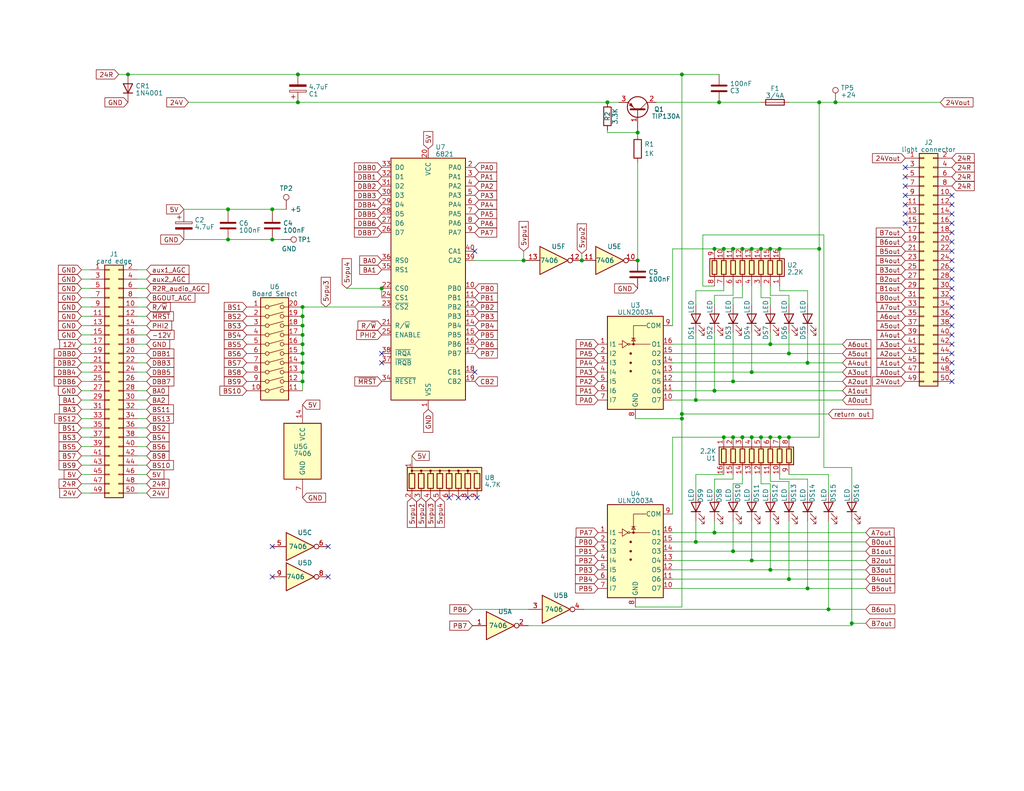
<source format=kicad_sch>
(kicad_sch (version 20230121) (generator eeschema)
  (paper "A")
  (junction (at 82.55 91.44))
  (junction (at 220.345 160.655))
  (junction (at 197.485 119.38))
  (junction (at 82.55 83.82))
  (junction (at 226.06 166.37))
  (junction (at 142.875 71.12))
  (junction (at 81.28 27.94))
  (junction (at 215.265 158.115))
  (junction (at 194.945 106.68))
  (junction (at 200.025 119.38))
  (junction (at 207.645 67.945))
  (junction (at 82.55 96.52))
  (junction (at 189.865 147.955))
  (junction (at 215.265 119.38))
  (junction (at 202.565 119.38))
  (junction (at 173.99 36.195))
  (junction (at 212.725 67.945))
  (junction (at 74.295 65.405))
  (junction (at 82.55 93.98))
  (junction (at 104.14 78.74))
  (junction (at 205.105 153.035))
  (junction (at 220.345 99.06))
  (junction (at 158.75 71.12))
  (junction (at 205.105 67.945))
  (junction (at 196.215 27.94))
  (junction (at 210.185 93.98))
  (junction (at 223.52 67.945))
  (junction (at 200.025 150.495))
  (junction (at 165.735 27.94))
  (junction (at 62.23 57.15))
  (junction (at 207.645 119.38))
  (junction (at 215.265 96.52))
  (junction (at 82.55 86.36))
  (junction (at 194.945 145.415))
  (junction (at 223.52 27.94))
  (junction (at 81.28 20.32))
  (junction (at 210.185 67.945))
  (junction (at 212.725 119.38))
  (junction (at 232.41 170.18))
  (junction (at 202.565 67.945))
  (junction (at 210.185 119.38))
  (junction (at 200.025 67.945))
  (junction (at 173.99 71.12))
  (junction (at 205.105 119.38))
  (junction (at 82.55 88.9))
  (junction (at 82.55 104.14))
  (junction (at 186.055 113.03))
  (junction (at 186.055 20.32))
  (junction (at 186.055 114.3))
  (junction (at 205.105 101.6))
  (junction (at 227.965 27.94))
  (junction (at 197.485 67.945))
  (junction (at 74.295 57.15))
  (junction (at 82.55 99.06))
  (junction (at 82.55 101.6))
  (junction (at 200.025 104.14))
  (junction (at 34.925 20.32))
  (junction (at 210.185 155.575))
  (junction (at 62.23 65.405))
  (junction (at 189.865 109.22))
  (junction (at 194.945 67.945))
  (no_connect (at 259.715 86.36))
  (no_connect (at 247.015 48.26))
  (no_connect (at 259.715 73.66))
  (no_connect (at 74.295 157.48))
  (no_connect (at 89.535 149.225))
  (no_connect (at 247.015 50.8))
  (no_connect (at 259.715 101.6))
  (no_connect (at 129.54 101.6))
  (no_connect (at 247.015 53.34))
  (no_connect (at 129.54 68.58))
  (no_connect (at 89.535 157.48))
  (no_connect (at 259.715 60.96))
  (no_connect (at 259.715 55.88))
  (no_connect (at 259.715 76.2))
  (no_connect (at 259.715 96.52))
  (no_connect (at 259.715 68.58))
  (no_connect (at 259.715 88.9))
  (no_connect (at 259.715 66.04))
  (no_connect (at 259.715 91.44))
  (no_connect (at 259.715 58.42))
  (no_connect (at 74.295 149.225))
  (no_connect (at 259.715 99.06))
  (no_connect (at 127.635 135.89))
  (no_connect (at 125.095 135.89))
  (no_connect (at 104.14 96.52))
  (no_connect (at 247.015 58.42))
  (no_connect (at 122.555 135.89))
  (no_connect (at 259.715 78.74))
  (no_connect (at 259.715 83.82))
  (no_connect (at 259.715 71.12))
  (no_connect (at 130.175 135.89))
  (no_connect (at 104.14 99.06))
  (no_connect (at 247.015 60.96))
  (no_connect (at 259.715 53.34))
  (no_connect (at 247.015 45.72))
  (no_connect (at 259.715 104.14))
  (no_connect (at 259.715 81.28))
  (no_connect (at 247.015 55.88))
  (no_connect (at 259.715 93.98))
  (no_connect (at 259.715 63.5))
  (wire (pts (xy 202.565 129.54) (xy 202.565 132.08)))
  (wire (pts (xy 189.865 147.955) (xy 189.865 142.24)))
  (wire (pts (xy 40.005 114.3) (xy 37.465 114.3)))
  (wire (pts (xy 40.005 124.46) (xy 37.465 124.46)))
  (wire (pts (xy 189.865 109.22) (xy 229.87 109.22)))
  (wire (pts (xy 215.265 119.38) (xy 223.52 119.38)))
  (wire (pts (xy 40.005 104.14) (xy 37.465 104.14)))
  (wire (pts (xy 191.77 78.105) (xy 191.77 64.135)))
  (wire (pts (xy 210.185 119.38) (xy 212.725 119.38)))
  (wire (pts (xy 40.005 109.22) (xy 37.465 109.22)))
  (wire (pts (xy 40.005 81.28) (xy 37.465 81.28)))
  (wire (pts (xy 226.06 166.37) (xy 236.22 166.37)))
  (wire (pts (xy 207.645 132.08) (xy 210.185 132.08)))
  (wire (pts (xy 189.865 109.22) (xy 189.865 90.805)))
  (wire (pts (xy 179.07 27.94) (xy 196.215 27.94)))
  (wire (pts (xy 223.52 27.94) (xy 223.52 67.945)))
  (wire (pts (xy 183.515 109.22) (xy 189.865 109.22)))
  (wire (pts (xy 24.765 91.44) (xy 22.225 91.44)))
  (wire (pts (xy 24.765 73.66) (xy 22.225 73.66)))
  (wire (pts (xy 81.28 20.32) (xy 186.055 20.32)))
  (wire (pts (xy 224.79 64.135) (xy 224.79 127.635)))
  (wire (pts (xy 194.945 145.415) (xy 236.22 145.415)))
  (wire (pts (xy 189.865 83.185) (xy 189.865 79.375)))
  (wire (pts (xy 200.025 81.28) (xy 202.565 81.28)))
  (wire (pts (xy 189.865 79.375) (xy 197.485 79.375)))
  (wire (pts (xy 197.485 119.38) (xy 200.025 119.38)))
  (wire (pts (xy 227.965 27.94) (xy 256.54 27.94)))
  (wire (pts (xy 207.645 119.38) (xy 210.185 119.38)))
  (wire (pts (xy 220.345 160.655) (xy 220.345 142.24)))
  (wire (pts (xy 215.265 158.115) (xy 183.515 158.115)))
  (wire (pts (xy 189.865 134.62) (xy 189.865 129.54)))
  (wire (pts (xy 200.025 150.495) (xy 183.515 150.495)))
  (wire (pts (xy 24.765 109.22) (xy 22.225 109.22)))
  (wire (pts (xy 24.765 81.28) (xy 22.225 81.28)))
  (wire (pts (xy 189.865 147.955) (xy 236.22 147.955)))
  (wire (pts (xy 194.945 67.945) (xy 183.515 67.945)))
  (wire (pts (xy 232.41 170.18) (xy 236.22 170.18)))
  (wire (pts (xy 24.765 96.52) (xy 22.225 96.52)))
  (wire (pts (xy 202.565 119.38) (xy 205.105 119.38)))
  (wire (pts (xy 24.765 121.92) (xy 22.225 121.92)))
  (wire (pts (xy 194.945 80.645) (xy 194.945 83.185)))
  (wire (pts (xy 210.185 83.185) (xy 210.185 81.28)))
  (wire (pts (xy 40.005 93.98) (xy 37.465 93.98)))
  (wire (pts (xy 51.435 27.94) (xy 81.28 27.94)))
  (wire (pts (xy 142.875 71.12) (xy 143.51 71.12)))
  (wire (pts (xy 207.645 129.54) (xy 207.645 132.08)))
  (wire (pts (xy 183.515 104.14) (xy 200.025 104.14)))
  (wire (pts (xy 200.025 132.08) (xy 200.025 134.62)))
  (wire (pts (xy 24.765 111.76) (xy 22.225 111.76)))
  (wire (pts (xy 202.565 67.945) (xy 205.105 67.945)))
  (wire (pts (xy 40.005 132.08) (xy 37.465 132.08)))
  (wire (pts (xy 62.23 65.405) (xy 74.295 65.405)))
  (wire (pts (xy 212.725 67.945) (xy 223.52 67.945)))
  (wire (pts (xy 40.005 119.38) (xy 37.465 119.38)))
  (wire (pts (xy 220.345 160.655) (xy 236.22 160.655)))
  (wire (pts (xy 34.925 20.32) (xy 81.28 20.32)))
  (wire (pts (xy 220.345 90.805) (xy 220.345 99.06)))
  (wire (pts (xy 212.725 130.81) (xy 220.345 130.81)))
  (wire (pts (xy 200.025 130.81) (xy 194.945 130.81)))
  (wire (pts (xy 74.295 57.15) (xy 74.295 57.785)))
  (wire (pts (xy 50.165 65.405) (xy 62.23 65.405)))
  (wire (pts (xy 202.565 132.08) (xy 200.025 132.08)))
  (wire (pts (xy 215.265 96.52) (xy 229.87 96.52)))
  (wire (pts (xy 40.005 127) (xy 37.465 127)))
  (wire (pts (xy 212.725 79.375) (xy 220.345 79.375)))
  (wire (pts (xy 24.765 86.36) (xy 22.225 86.36)))
  (wire (pts (xy 40.005 76.2) (xy 37.465 76.2)))
  (wire (pts (xy 165.735 27.94) (xy 168.91 27.94)))
  (wire (pts (xy 40.005 116.84) (xy 37.465 116.84)))
  (wire (pts (xy 183.515 99.06) (xy 220.345 99.06)))
  (wire (pts (xy 197.485 67.945) (xy 200.025 67.945)))
  (wire (pts (xy 40.005 96.52) (xy 37.465 96.52)))
  (wire (pts (xy 24.765 88.9) (xy 22.225 88.9)))
  (wire (pts (xy 104.14 78.74) (xy 104.14 81.28)))
  (wire (pts (xy 32.385 20.32) (xy 34.925 20.32)))
  (wire (pts (xy 173.355 114.3) (xy 186.055 114.3)))
  (wire (pts (xy 183.515 101.6) (xy 205.105 101.6)))
  (wire (pts (xy 220.345 99.06) (xy 229.87 99.06)))
  (wire (pts (xy 194.945 106.68) (xy 229.87 106.68)))
  (wire (pts (xy 183.515 96.52) (xy 215.265 96.52)))
  (wire (pts (xy 62.23 57.15) (xy 74.295 57.15)))
  (wire (pts (xy 205.105 153.035) (xy 205.105 142.24)))
  (wire (pts (xy 215.265 96.52) (xy 215.265 90.805)))
  (wire (pts (xy 194.945 106.68) (xy 194.945 90.805)))
  (wire (pts (xy 210.185 131.445) (xy 215.265 131.445)))
  (wire (pts (xy 194.945 134.62) (xy 194.945 130.81)))
  (wire (pts (xy 210.185 155.575) (xy 210.185 142.24)))
  (wire (pts (xy 205.105 101.6) (xy 229.87 101.6)))
  (wire (pts (xy 40.005 73.66) (xy 37.465 73.66)))
  (wire (pts (xy 212.725 79.375) (xy 212.725 78.105)))
  (wire (pts (xy 128.905 166.37) (xy 144.145 166.37)))
  (wire (pts (xy 183.515 93.98) (xy 210.185 93.98)))
  (wire (pts (xy 165.735 36.195) (xy 173.99 36.195)))
  (wire (pts (xy 186.055 165.735) (xy 186.055 114.3)))
  (wire (pts (xy 24.765 129.54) (xy 22.225 129.54)))
  (wire (pts (xy 215.265 27.94) (xy 223.52 27.94)))
  (wire (pts (xy 76.835 65.405) (xy 74.295 65.405)))
  (wire (pts (xy 24.765 114.3) (xy 22.225 114.3)))
  (wire (pts (xy 205.105 153.035) (xy 236.22 153.035)))
  (wire (pts (xy 50.165 57.15) (xy 50.165 57.785)))
  (wire (pts (xy 82.55 96.52) (xy 82.55 99.06)))
  (wire (pts (xy 210.185 93.98) (xy 210.185 90.805)))
  (wire (pts (xy 173.99 36.83) (xy 173.99 36.195)))
  (wire (pts (xy 197.485 129.54) (xy 189.865 129.54)))
  (wire (pts (xy 129.54 71.12) (xy 142.875 71.12)))
  (wire (pts (xy 210.185 93.98) (xy 229.87 93.98)))
  (wire (pts (xy 40.005 106.68) (xy 37.465 106.68)))
  (wire (pts (xy 232.41 142.24) (xy 232.41 170.18)))
  (wire (pts (xy 186.055 20.32) (xy 196.215 20.32)))
  (wire (pts (xy 82.55 99.06) (xy 82.55 101.6)))
  (wire (pts (xy 24.765 99.06) (xy 22.225 99.06)))
  (wire (pts (xy 24.765 116.84) (xy 22.225 116.84)))
  (wire (pts (xy 226.06 129.54) (xy 226.06 134.62)))
  (wire (pts (xy 186.055 113.03) (xy 186.055 114.3)))
  (wire (pts (xy 40.005 99.06) (xy 37.465 99.06)))
  (wire (pts (xy 112.395 124.46) (xy 112.395 125.73)))
  (wire (pts (xy 62.23 57.15) (xy 62.23 57.785)))
  (wire (pts (xy 82.55 104.14) (xy 82.55 106.68)))
  (wire (pts (xy 81.28 27.94) (xy 165.735 27.94)))
  (wire (pts (xy 40.005 86.36) (xy 37.465 86.36)))
  (wire (pts (xy 202.565 81.28) (xy 202.565 78.105)))
  (wire (pts (xy 207.645 78.105) (xy 207.645 81.28)))
  (wire (pts (xy 220.345 83.185) (xy 220.345 79.375)))
  (wire (pts (xy 40.005 134.62) (xy 37.465 134.62)))
  (wire (pts (xy 223.52 67.945) (xy 223.52 119.38)))
  (wire (pts (xy 40.005 129.54) (xy 37.465 129.54)))
  (wire (pts (xy 50.165 57.15) (xy 62.23 57.15)))
  (wire (pts (xy 24.765 127) (xy 22.225 127)))
  (wire (pts (xy 200.025 119.38) (xy 202.565 119.38)))
  (wire (pts (xy 24.765 132.08) (xy 22.225 132.08)))
  (wire (pts (xy 24.765 106.68) (xy 22.225 106.68)))
  (wire (pts (xy 82.55 83.82) (xy 82.55 86.36)))
  (wire (pts (xy 24.765 83.82) (xy 22.225 83.82)))
  (wire (pts (xy 82.55 91.44) (xy 82.55 93.98)))
  (wire (pts (xy 183.515 119.38) (xy 197.485 119.38)))
  (wire (pts (xy 212.725 130.81) (xy 212.725 129.54)))
  (wire (pts (xy 212.725 119.38) (xy 215.265 119.38)))
  (wire (pts (xy 94.615 78.74) (xy 104.14 78.74)))
  (wire (pts (xy 215.265 158.115) (xy 215.265 142.24)))
  (wire (pts (xy 173.355 165.735) (xy 186.055 165.735)))
  (wire (pts (xy 210.185 67.945) (xy 212.725 67.945)))
  (wire (pts (xy 200.025 129.54) (xy 200.025 130.81)))
  (wire (pts (xy 183.515 67.945) (xy 183.515 88.9)))
  (wire (pts (xy 215.265 131.445) (xy 215.265 134.62)))
  (wire (pts (xy 40.005 111.76) (xy 37.465 111.76)))
  (wire (pts (xy 78.105 57.15) (xy 74.295 57.15)))
  (wire (pts (xy 159.385 166.37) (xy 226.06 166.37)))
  (wire (pts (xy 210.185 155.575) (xy 236.22 155.575)))
  (wire (pts (xy 210.185 78.105) (xy 210.185 80.645)))
  (wire (pts (xy 194.945 78.105) (xy 191.77 78.105)))
  (wire (pts (xy 200.025 80.645) (xy 194.945 80.645)))
  (wire (pts (xy 200.025 150.495) (xy 236.22 150.495)))
  (wire (pts (xy 24.765 101.6) (xy 22.225 101.6)))
  (wire (pts (xy 24.765 76.2) (xy 22.225 76.2)))
  (wire (pts (xy 144.145 170.815) (xy 232.41 170.815)))
  (wire (pts (xy 207.645 81.28) (xy 210.185 81.28)))
  (wire (pts (xy 200.025 150.495) (xy 200.025 142.24)))
  (wire (pts (xy 191.77 64.135) (xy 224.79 64.135)))
  (wire (pts (xy 183.515 119.38) (xy 183.515 140.335)))
  (wire (pts (xy 205.105 153.035) (xy 183.515 153.035)))
  (wire (pts (xy 210.185 80.645) (xy 215.265 80.645)))
  (wire (pts (xy 40.005 101.6) (xy 37.465 101.6)))
  (wire (pts (xy 215.265 158.115) (xy 236.22 158.115)))
  (wire (pts (xy 40.005 91.44) (xy 37.465 91.44)))
  (wire (pts (xy 205.105 101.6) (xy 205.105 90.805)))
  (wire (pts (xy 183.515 106.68) (xy 194.945 106.68)))
  (wire (pts (xy 205.105 119.38) (xy 207.645 119.38)))
  (wire (pts (xy 82.55 83.82) (xy 104.14 83.82)))
  (wire (pts (xy 232.41 127.635) (xy 232.41 134.62)))
  (wire (pts (xy 24.765 78.74) (xy 22.225 78.74)))
  (wire (pts (xy 226.06 166.37) (xy 226.06 142.24)))
  (wire (pts (xy 82.55 86.36) (xy 82.55 88.9)))
  (wire (pts (xy 210.185 155.575) (xy 183.515 155.575)))
  (wire (pts (xy 40.005 78.74) (xy 37.465 78.74)))
  (wire (pts (xy 165.735 36.195) (xy 165.735 35.56)))
  (wire (pts (xy 223.52 27.94) (xy 227.965 27.94)))
  (wire (pts (xy 205.105 83.185) (xy 205.105 78.105)))
  (wire (pts (xy 197.485 67.945) (xy 194.945 67.945)))
  (wire (pts (xy 200.025 80.645) (xy 200.025 78.105)))
  (wire (pts (xy 142.875 68.58) (xy 142.875 71.12)))
  (wire (pts (xy 82.55 88.9) (xy 82.55 91.44)))
  (wire (pts (xy 24.765 93.98) (xy 22.225 93.98)))
  (wire (pts (xy 232.41 170.18) (xy 232.41 170.815)))
  (wire (pts (xy 24.765 104.14) (xy 22.225 104.14)))
  (wire (pts (xy 40.005 88.9) (xy 37.465 88.9)))
  (wire (pts (xy 40.005 83.82) (xy 37.465 83.82)))
  (wire (pts (xy 189.865 147.955) (xy 183.515 147.955)))
  (wire (pts (xy 194.945 145.415) (xy 194.945 142.24)))
  (wire (pts (xy 24.765 119.38) (xy 22.225 119.38)))
  (wire (pts (xy 210.185 132.08) (xy 210.185 134.62)))
  (wire (pts (xy 186.055 20.32) (xy 186.055 113.03)))
  (wire (pts (xy 220.345 130.81) (xy 220.345 134.62)))
  (wire (pts (xy 220.345 160.655) (xy 183.515 160.655)))
  (wire (pts (xy 210.185 129.54) (xy 210.185 131.445)))
  (wire (pts (xy 158.75 69.215) (xy 158.75 71.12)))
  (wire (pts (xy 200.025 104.14) (xy 200.025 90.805)))
  (wire (pts (xy 173.99 44.45) (xy 173.99 71.12)))
  (wire (pts (xy 207.645 27.94) (xy 196.215 27.94)))
  (wire (pts (xy 173.99 36.195) (xy 173.99 35.56)))
  (wire (pts (xy 82.55 101.6) (xy 82.55 104.14)))
  (wire (pts (xy 207.645 67.945) (xy 210.185 67.945)))
  (wire (pts (xy 205.105 67.945) (xy 207.645 67.945)))
  (wire (pts (xy 194.945 145.415) (xy 183.515 145.415)))
  (wire (pts (xy 200.025 104.14) (xy 229.87 104.14)))
  (wire (pts (xy 200.025 83.185) (xy 200.025 81.28)))
  (wire (pts (xy 215.265 129.54) (xy 226.06 129.54)))
  (wire (pts (xy 200.025 67.945) (xy 202.565 67.945)))
  (wire (pts (xy 82.55 93.98) (xy 82.55 96.52)))
  (wire (pts (xy 24.765 124.46) (xy 22.225 124.46)))
  (wire (pts (xy 40.005 121.92) (xy 37.465 121.92)))
  (wire (pts (xy 24.765 134.62) (xy 22.225 134.62)))
  (wire (pts (xy 224.79 127.635) (xy 232.41 127.635)))
  (wire (pts (xy 197.485 79.375) (xy 197.485 78.105)))
  (wire (pts (xy 205.105 134.62) (xy 205.105 129.54)))
  (wire (pts (xy 215.265 80.645) (xy 215.265 83.185)))
  (wire (pts (xy 186.055 113.03) (xy 226.06 113.03)))
  (global_label "aux1_AGC" (shape input) (at 40.005 73.66 0) (property "Intersheetrefs" "${INTERSHEET_REFS}" (effects hide)))
  (global_label "PA4" (shape input) (at 163.195 99.06 180) (property "Intersheetrefs" "${INTERSHEET_REFS}" (effects hide)))
  (global_label "DBB6" (shape input) (at 104.14 60.96 180) (property "Intersheetrefs" "${INTERSHEET_REFS}" (effects hide)))
  (global_label "GND" (shape input) (at 34.925 27.94 180) (property "Intersheetrefs" "${INTERSHEET_REFS}" (effects hide)))
  (global_label "24Vout" (shape input) (at 247.015 43.18 180) (property "Intersheetrefs" "${INTERSHEET_REFS}" (effects hide)))
  (global_label "B3out" (shape input) (at 247.015 73.66 180) (property "Intersheetrefs" "${INTERSHEET_REFS}" (effects hide)))
  (global_label "GND" (shape input) (at 22.225 81.28 180) (property "Intersheetrefs" "${INTERSHEET_REFS}" (effects hide)))
  (global_label "B6out" (shape input) (at 236.22 166.37 0) (property "Intersheetrefs" "${INTERSHEET_REFS}" (effects hide)))
  (global_label "aux2_AGC" (shape input) (at 40.005 76.2 0) (property "Intersheetrefs" "${INTERSHEET_REFS}" (effects hide)))
  (global_label "PA7" (shape input) (at 129.54 63.5 0) (property "Intersheetrefs" "${INTERSHEET_REFS}" (effects hide)))
  (global_label "PHI2" (shape input) (at 104.14 91.44 180) (property "Intersheetrefs" "${INTERSHEET_REFS}" (effects hide)))
  (global_label "DBB3" (shape input) (at 104.14 53.34 180) (property "Intersheetrefs" "${INTERSHEET_REFS}" (effects hide)))
  (global_label "BA1" (shape input) (at 104.14 73.66 180) (property "Intersheetrefs" "${INTERSHEET_REFS}" (effects hide)))
  (global_label "24V" (shape input) (at 40.005 134.62 0) (property "Intersheetrefs" "${INTERSHEET_REFS}" (effects hide)))
  (global_label "DBB2" (shape input) (at 104.14 50.8 180) (property "Intersheetrefs" "${INTERSHEET_REFS}" (effects hide)))
  (global_label "B7out" (shape input) (at 236.22 170.18 0) (property "Intersheetrefs" "${INTERSHEET_REFS}" (effects hide)))
  (global_label "BA2" (shape input) (at 40.005 109.22 0) (property "Intersheetrefs" "${INTERSHEET_REFS}" (effects hide)))
  (global_label "BS2" (shape input) (at 40.005 116.84 0) (property "Intersheetrefs" "${INTERSHEET_REFS}" (effects hide)))
  (global_label "5vpu4" (shape input) (at 94.615 78.74 90) (property "Intersheetrefs" "${INTERSHEET_REFS}" (effects hide)))
  (global_label "BS10" (shape input) (at 67.31 106.68 180) (property "Intersheetrefs" "${INTERSHEET_REFS}" (effects hide)))
  (global_label "DBB5" (shape input) (at 104.14 58.42 180) (property "Intersheetrefs" "${INTERSHEET_REFS}" (effects hide)))
  (global_label "24R" (shape input) (at 259.715 43.18 0) (property "Intersheetrefs" "${INTERSHEET_REFS}" (effects hide)))
  (global_label "5V" (shape input) (at 82.55 110.49 0) (property "Intersheetrefs" "${INTERSHEET_REFS}" (effects hide)))
  (global_label "A2out" (shape input) (at 247.015 96.52 180) (property "Intersheetrefs" "${INTERSHEET_REFS}" (effects hide)))
  (global_label "BA3" (shape input) (at 22.225 111.76 180) (property "Intersheetrefs" "${INTERSHEET_REFS}" (effects hide)))
  (global_label "B2out" (shape input) (at 247.015 76.2 180) (property "Intersheetrefs" "${INTERSHEET_REFS}" (effects hide)))
  (global_label "GND" (shape input) (at 50.165 65.405 180) (property "Intersheetrefs" "${INTERSHEET_REFS}" (effects hide)))
  (global_label "return out" (shape input) (at 226.06 113.03 0) (property "Intersheetrefs" "${INTERSHEET_REFS}" (effects hide)))
  (global_label "A1out" (shape input) (at 247.015 99.06 180) (property "Intersheetrefs" "${INTERSHEET_REFS}" (effects hide)))
  (global_label "PA2" (shape input) (at 129.54 50.8 0) (property "Intersheetrefs" "${INTERSHEET_REFS}" (effects hide)))
  (global_label "24Vout" (shape input) (at 247.015 104.14 180) (property "Intersheetrefs" "${INTERSHEET_REFS}" (effects hide)))
  (global_label "DBB0" (shape input) (at 104.14 45.72 180) (property "Intersheetrefs" "${INTERSHEET_REFS}" (effects hide)))
  (global_label "A6out" (shape input) (at 229.87 93.98 0) (property "Intersheetrefs" "${INTERSHEET_REFS}" (effects hide)))
  (global_label "PA3" (shape input) (at 163.195 101.6 180) (property "Intersheetrefs" "${INTERSHEET_REFS}" (effects hide)))
  (global_label "BS4" (shape input) (at 40.005 119.38 0) (property "Intersheetrefs" "${INTERSHEET_REFS}" (effects hide)))
  (global_label "PA0" (shape input) (at 129.54 45.72 0) (property "Intersheetrefs" "${INTERSHEET_REFS}" (effects hide)))
  (global_label "~{MRST}" (shape input) (at 104.14 104.14 180) (property "Intersheetrefs" "${INTERSHEET_REFS}" (effects hide)))
  (global_label "GND" (shape input) (at 22.225 83.82 180) (property "Intersheetrefs" "${INTERSHEET_REFS}" (effects hide)))
  (global_label "5V" (shape input) (at 22.225 129.54 180) (property "Intersheetrefs" "${INTERSHEET_REFS}" (effects hide)))
  (global_label "PA7" (shape input) (at 163.195 145.415 180) (property "Intersheetrefs" "${INTERSHEET_REFS}" (effects hide)))
  (global_label "BS5" (shape input) (at 67.31 93.98 180) (property "Intersheetrefs" "${INTERSHEET_REFS}" (effects hide)))
  (global_label "DBB7" (shape input) (at 40.005 104.14 0) (property "Intersheetrefs" "${INTERSHEET_REFS}" (effects hide)))
  (global_label "PA0" (shape input) (at 163.195 109.22 180) (property "Intersheetrefs" "${INTERSHEET_REFS}" (effects hide)))
  (global_label "DBB1" (shape input) (at 40.005 96.52 0) (property "Intersheetrefs" "${INTERSHEET_REFS}" (effects hide)))
  (global_label "5vpu1" (shape input) (at 142.875 68.58 90) (property "Intersheetrefs" "${INTERSHEET_REFS}" (effects hide)))
  (global_label "PB3" (shape input) (at 163.195 155.575 180) (property "Intersheetrefs" "${INTERSHEET_REFS}" (effects hide)))
  (global_label "PB5" (shape input) (at 163.195 160.655 180) (property "Intersheetrefs" "${INTERSHEET_REFS}" (effects hide)))
  (global_label "PB6" (shape input) (at 129.54 93.98 0) (property "Intersheetrefs" "${INTERSHEET_REFS}" (effects hide)))
  (global_label "BS1" (shape input) (at 22.225 116.84 180) (property "Intersheetrefs" "${INTERSHEET_REFS}" (effects hide)))
  (global_label "PA4" (shape input) (at 129.54 55.88 0) (property "Intersheetrefs" "${INTERSHEET_REFS}" (effects hide)))
  (global_label "BS4" (shape input) (at 67.31 91.44 180) (property "Intersheetrefs" "${INTERSHEET_REFS}" (effects hide)))
  (global_label "PA6" (shape input) (at 129.54 60.96 0) (property "Intersheetrefs" "${INTERSHEET_REFS}" (effects hide)))
  (global_label "BS5" (shape input) (at 22.225 121.92 180) (property "Intersheetrefs" "${INTERSHEET_REFS}" (effects hide)))
  (global_label "GND" (shape input) (at 22.225 86.36 180) (property "Intersheetrefs" "${INTERSHEET_REFS}" (effects hide)))
  (global_label "DBB4" (shape input) (at 104.14 55.88 180) (property "Intersheetrefs" "${INTERSHEET_REFS}" (effects hide)))
  (global_label "A5out" (shape input) (at 229.87 96.52 0) (property "Intersheetrefs" "${INTERSHEET_REFS}" (effects hide)))
  (global_label "BS2" (shape input) (at 67.31 86.36 180) (property "Intersheetrefs" "${INTERSHEET_REFS}" (effects hide)))
  (global_label "BS8" (shape input) (at 67.31 101.6 180) (property "Intersheetrefs" "${INTERSHEET_REFS}" (effects hide)))
  (global_label "BGOUT_AGC" (shape input) (at 40.005 81.28 0) (property "Intersheetrefs" "${INTERSHEET_REFS}" (effects hide)))
  (global_label "PHI2" (shape input) (at 40.005 88.9 0) (property "Intersheetrefs" "${INTERSHEET_REFS}" (effects hide)))
  (global_label "GND" (shape input) (at 22.225 78.74 180) (property "Intersheetrefs" "${INTERSHEET_REFS}" (effects hide)))
  (global_label "24V" (shape input) (at 22.225 134.62 180) (property "Intersheetrefs" "${INTERSHEET_REFS}" (effects hide)))
  (global_label "A2out" (shape input) (at 229.87 104.14 0) (property "Intersheetrefs" "${INTERSHEET_REFS}" (effects hide)))
  (global_label "BS3" (shape input) (at 67.31 88.9 180) (property "Intersheetrefs" "${INTERSHEET_REFS}" (effects hide)))
  (global_label "B5out" (shape input) (at 236.22 160.655 0) (property "Intersheetrefs" "${INTERSHEET_REFS}" (effects hide)))
  (global_label "A0out" (shape input) (at 247.015 101.6 180) (property "Intersheetrefs" "${INTERSHEET_REFS}" (effects hide)))
  (global_label "B6out" (shape input) (at 247.015 66.04 180) (property "Intersheetrefs" "${INTERSHEET_REFS}" (effects hide)))
  (global_label "B4out" (shape input) (at 236.22 158.115 0) (property "Intersheetrefs" "${INTERSHEET_REFS}" (effects hide)))
  (global_label "5vpu3" (shape input) (at 88.9 83.82 90) (property "Intersheetrefs" "${INTERSHEET_REFS}" (effects hide)))
  (global_label "B0out" (shape input) (at 247.015 81.28 180) (property "Intersheetrefs" "${INTERSHEET_REFS}" (effects hide)))
  (global_label "PB7" (shape input) (at 129.54 96.52 0) (property "Intersheetrefs" "${INTERSHEET_REFS}" (effects hide)))
  (global_label "B4out" (shape input) (at 247.015 71.12 180) (property "Intersheetrefs" "${INTERSHEET_REFS}" (effects hide)))
  (global_label "5vpu2" (shape input) (at 158.75 69.215 90) (property "Intersheetrefs" "${INTERSHEET_REFS}" (effects hide)))
  (global_label "B7out" (shape input) (at 247.015 63.5 180) (property "Intersheetrefs" "${INTERSHEET_REFS}" (effects hide)))
  (global_label "PB4" (shape input) (at 129.54 88.9 0) (property "Intersheetrefs" "${INTERSHEET_REFS}" (effects hide)))
  (global_label "R{slash}~{W}" (shape input) (at 40.005 83.82 0) (property "Intersheetrefs" "${INTERSHEET_REFS}" (effects hide)))
  (global_label "GND" (shape input) (at 22.225 106.68 180) (property "Intersheetrefs" "${INTERSHEET_REFS}" (effects hide)))
  (global_label "DBB2" (shape input) (at 22.225 99.06 180) (property "Intersheetrefs" "${INTERSHEET_REFS}" (effects hide)))
  (global_label "BS1" (shape input) (at 67.31 83.82 180) (property "Intersheetrefs" "${INTERSHEET_REFS}" (effects hide)))
  (global_label "BS3" (shape input) (at 22.225 119.38 180) (property "Intersheetrefs" "${INTERSHEET_REFS}" (effects hide)))
  (global_label "24R" (shape input) (at 259.715 48.26 0) (property "Intersheetrefs" "${INTERSHEET_REFS}" (effects hide)))
  (global_label "BA0" (shape input) (at 40.005 106.68 0) (property "Intersheetrefs" "${INTERSHEET_REFS}" (effects hide)))
  (global_label "24V" (shape input) (at 51.435 27.94 180) (property "Intersheetrefs" "${INTERSHEET_REFS}" (effects hide)))
  (global_label "PB2" (shape input) (at 163.195 153.035 180) (property "Intersheetrefs" "${INTERSHEET_REFS}" (effects hide)))
  (global_label "24Vout" (shape input) (at 256.54 27.94 0) (property "Intersheetrefs" "${INTERSHEET_REFS}" (effects hide)))
  (global_label "5V" (shape input) (at 116.84 40.64 90) (property "Intersheetrefs" "${INTERSHEET_REFS}" (effects hide)))
  (global_label "BS11" (shape input) (at 40.005 111.76 0) (property "Intersheetrefs" "${INTERSHEET_REFS}" (effects hide)))
  (global_label "B3out" (shape input) (at 236.22 155.575 0) (property "Intersheetrefs" "${INTERSHEET_REFS}" (effects hide)))
  (global_label "A3out" (shape input) (at 229.87 101.6 0) (property "Intersheetrefs" "${INTERSHEET_REFS}" (effects hide)))
  (global_label "BA1" (shape input) (at 22.225 109.22 180) (property "Intersheetrefs" "${INTERSHEET_REFS}" (effects hide)))
  (global_label "PB4" (shape input) (at 163.195 158.115 180) (property "Intersheetrefs" "${INTERSHEET_REFS}" (effects hide)))
  (global_label "DBB4" (shape input) (at 22.225 101.6 180) (property "Intersheetrefs" "${INTERSHEET_REFS}" (effects hide)))
  (global_label "PA1" (shape input) (at 129.54 48.26 0) (property "Intersheetrefs" "${INTERSHEET_REFS}" (effects hide)))
  (global_label "BS13" (shape input) (at 40.005 114.3 0) (property "Intersheetrefs" "${INTERSHEET_REFS}" (effects hide)))
  (global_label "GND" (shape input) (at 22.225 76.2 180) (property "Intersheetrefs" "${INTERSHEET_REFS}" (effects hide)))
  (global_label "GND" (shape input) (at 40.005 93.98 0) (property "Intersheetrefs" "${INTERSHEET_REFS}" (effects hide)))
  (global_label "~{MRST}" (shape input) (at 40.005 86.36 0) (property "Intersheetrefs" "${INTERSHEET_REFS}" (effects hide)))
  (global_label "BS9" (shape input) (at 67.31 104.14 180) (property "Intersheetrefs" "${INTERSHEET_REFS}" (effects hide)))
  (global_label "GND" (shape input) (at 116.84 111.76 270) (property "Intersheetrefs" "${INTERSHEET_REFS}" (effects hide)))
  (global_label "PA5" (shape input) (at 163.195 96.52 180) (property "Intersheetrefs" "${INTERSHEET_REFS}" (effects hide)))
  (global_label "24R" (shape input) (at 32.385 20.32 180) (property "Intersheetrefs" "${INTERSHEET_REFS}" (effects hide)))
  (global_label "A7out" (shape input) (at 236.22 145.415 0) (property "Intersheetrefs" "${INTERSHEET_REFS}" (effects hide)))
  (global_label "5vpu1" (shape input) (at 112.395 135.89 270) (property "Intersheetrefs" "${INTERSHEET_REFS}" (effects hide)))
  (global_label "24R" (shape input) (at 259.715 50.8 0) (property "Intersheetrefs" "${INTERSHEET_REFS}" (effects hide)))
  (global_label "PB2" (shape input) (at 129.54 83.82 0) (property "Intersheetrefs" "${INTERSHEET_REFS}" (effects hide)))
  (global_label "PB1" (shape input) (at 163.195 150.495 180) (property "Intersheetrefs" "${INTERSHEET_REFS}" (effects hide)))
  (global_label "B1out" (shape input) (at 236.22 150.495 0) (property "Intersheetrefs" "${INTERSHEET_REFS}" (effects hide)))
  (global_label "A6out" (shape input) (at 247.015 86.36 180) (property "Intersheetrefs" "${INTERSHEET_REFS}" (effects hide)))
  (global_label "PB0" (shape input) (at 129.54 78.74 0) (property "Intersheetrefs" "${INTERSHEET_REFS}" (effects hide)))
  (global_label "5V" (shape input) (at 50.165 57.15 180) (property "Intersheetrefs" "${INTERSHEET_REFS}" (effects hide)))
  (global_label "PA5" (shape input) (at 129.54 58.42 0) (property "Intersheetrefs" "${INTERSHEET_REFS}" (effects hide)))
  (global_label "B5out" (shape input) (at 247.015 68.58 180) (property "Intersheetrefs" "${INTERSHEET_REFS}" (effects hide)))
  (global_label "GND" (shape input) (at 22.225 88.9 180) (property "Intersheetrefs" "${INTERSHEET_REFS}" (effects hide)))
  (global_label "A5out" (shape input) (at 247.015 88.9 180) (property "Intersheetrefs" "${INTERSHEET_REFS}" (effects hide)))
  (global_label "BS6" (shape input) (at 40.005 121.92 0) (property "Intersheetrefs" "${INTERSHEET_REFS}" (effects hide)))
  (global_label "DBB0" (shape input) (at 22.225 96.52 180) (property "Intersheetrefs" "${INTERSHEET_REFS}" (effects hide)))
  (global_label "PB5" (shape input) (at 129.54 91.44 0) (property "Intersheetrefs" "${INTERSHEET_REFS}" (effects hide)))
  (global_label "BS12" (shape input) (at 22.225 114.3 180) (property "Intersheetrefs" "${INTERSHEET_REFS}" (effects hide)))
  (global_label "BA0" (shape input) (at 104.14 71.12 180) (property "Intersheetrefs" "${INTERSHEET_REFS}" (effects hide)))
  (global_label "GND" (shape input) (at 22.225 73.66 180) (property "Intersheetrefs" "${INTERSHEET_REFS}" (effects hide)))
  (global_label "-12V" (shape input) (at 40.005 91.44 0) (property "Intersheetrefs" "${INTERSHEET_REFS}" (effects hide)))
  (global_label "PA6" (shape input) (at 163.195 93.98 180) (property "Intersheetrefs" "${INTERSHEET_REFS}" (effects hide)))
  (global_label "BS6" (shape input) (at 67.31 96.52 180) (property "Intersheetrefs" "${INTERSHEET_REFS}" (effects hide)))
  (global_label "PB6" (shape input) (at 128.905 166.37 180) (property "Intersheetrefs" "${INTERSHEET_REFS}" (effects hide)))
  (global_label "DBB7" (shape input) (at 104.14 63.5 180) (property "Intersheetrefs" "${INTERSHEET_REFS}" (effects hide)))
  (global_label "PA3" (shape input) (at 129.54 53.34 0) (property "Intersheetrefs" "${INTERSHEET_REFS}" (effects hide)))
  (global_label "5vpu2" (shape input) (at 114.935 135.89 270) (property "Intersheetrefs" "${INTERSHEET_REFS}" (effects hide)))
  (global_label "BS10" (shape input) (at 40.005 127 0) (property "Intersheetrefs" "${INTERSHEET_REFS}" (effects hide)))
  (global_label "A4out" (shape input) (at 247.015 91.44 180) (property "Intersheetrefs" "${INTERSHEET_REFS}" (effects hide)))
  (global_label "DBB6" (shape input) (at 22.225 104.14 180) (property "Intersheetrefs" "${INTERSHEET_REFS}" (effects hide)))
  (global_label "5vpu3" (shape input) (at 117.475 135.89 270) (property "Intersheetrefs" "${INTERSHEET_REFS}" (effects hide)))
  (global_label "PB1" (shape input) (at 129.54 81.28 0) (property "Intersheetrefs" "${INTERSHEET_REFS}" (effects hide)))
  (global_label "24R" (shape input) (at 40.005 132.08 0) (property "Intersheetrefs" "${INTERSHEET_REFS}" (effects hide)))
  (global_label "GND" (shape input) (at 173.99 78.74 180) (property "Intersheetrefs" "${INTERSHEET_REFS}" (effects hide)))
  (global_label "A4out" (shape input) (at 229.87 99.06 0) (property "Intersheetrefs" "${INTERSHEET_REFS}" (effects hide)))
  (global_label "PA2" (shape input) (at 163.195 104.14 180) (property "Intersheetrefs" "${INTERSHEET_REFS}" (effects hide)))
  (global_label "5V" (shape input) (at 40.005 129.54 0) (property "Intersheetrefs" "${INTERSHEET_REFS}" (effects hide)))
  (global_label "B1out" (shape input) (at 247.015 78.74 180) (property "Intersheetrefs" "${INTERSHEET_REFS}" (effects hide)))
  (global_label "24R" (shape input) (at 22.225 132.08 180) (property "Intersheetrefs" "${INTERSHEET_REFS}" (effects hide)))
  (global_label "DBB3" (shape input) (at 40.005 99.06 0) (property "Intersheetrefs" "${INTERSHEET_REFS}" (effects hide)))
  (global_label "24R" (shape input) (at 259.715 45.72 0) (property "Intersheetrefs" "${INTERSHEET_REFS}" (effects hide)))
  (global_label "DBB1" (shape input) (at 104.14 48.26 180) (property "Intersheetrefs" "${INTERSHEET_REFS}" (effects hide)))
  (global_label "PB3" (shape input) (at 129.54 86.36 0) (property "Intersheetrefs" "${INTERSHEET_REFS}" (effects hide)))
  (global_label "PB7" (shape input) (at 128.905 170.815 180) (property "Intersheetrefs" "${INTERSHEET_REFS}" (effects hide)))
  (global_label "GND" (shape input) (at 22.225 91.44 180) (property "Intersheetrefs" "${INTERSHEET_REFS}" (effects hide)))
  (global_label "BS9" (shape input) (at 22.225 127 180) (property "Intersheetrefs" "${INTERSHEET_REFS}" (effects hide)))
  (global_label "B0out" (shape input) (at 236.22 147.955 0) (property "Intersheetrefs" "${INTERSHEET_REFS}" (effects hide)))
  (global_label "5V" (shape input) (at 112.395 124.46 0) (property "Intersheetrefs" "${INTERSHEET_REFS}" (effects hide)))
  (global_label "A1out" (shape input) (at 229.87 106.68 0) (property "Intersheetrefs" "${INTERSHEET_REFS}" (effects hide)))
  (global_label "A0out" (shape input) (at 229.87 109.22 0) (property "Intersheetrefs" "${INTERSHEET_REFS}" (effects hide)))
  (global_label "BS8" (shape input) (at 40.005 124.46 0) (property "Intersheetrefs" "${INTERSHEET_REFS}" (effects hide)))
  (global_label "A3out" (shape input) (at 247.015 93.98 180) (property "Intersheetrefs" "${INTERSHEET_REFS}" (effects hide)))
  (global_label "12V" (shape input) (at 22.225 93.98 180) (property "Intersheetrefs" "${INTERSHEET_REFS}" (effects hide)))
  (global_label "A7out" (shape input) (at 247.015 83.82 180) (property "Intersheetrefs" "${INTERSHEET_REFS}" (effects hide)))
  (global_label "PB0" (shape input) (at 163.195 147.955 180) (property "Intersheetrefs" "${INTERSHEET_REFS}" (effects hide)))
  (global_label "R{slash}~{W}" (shape input) (at 104.14 88.9 180) (property "Intersheetrefs" "${INTERSHEET_REFS}" (effects hide)))
  (global_label "GND" (shape input) (at 82.55 135.89 0) (property "Intersheetrefs" "${INTERSHEET_REFS}" (effects hide)))
  (global_label "B2out" (shape input) (at 236.22 153.035 0) (property "Intersheetrefs" "${INTERSHEET_REFS}" (effects hide)))
  (global_label "BS7" (shape input) (at 22.225 124.46 180) (property "Intersheetrefs" "${INTERSHEET_REFS}" (effects hide)))
  (global_label "BS7" (shape input) (at 67.31 99.06 180) (property "Intersheetrefs" "${INTERSHEET_REFS}" (effects hide)))
  (global_label "DBB5" (shape input) (at 40.005 101.6 0) (property "Intersheetrefs" "${INTERSHEET_REFS}" (effects hide)))
  (global_label "5vpu4" (shape input) (at 120.015 135.89 270) (property "Intersheetrefs" "${INTERSHEET_REFS}" (effects hide)))
  (global_label "CB2" (shape input) (at 129.54 104.14 0) (property "Intersheetrefs" "${INTERSHEET_REFS}" (effects hide)))
  (global_label "PA1" (shape input) (at 163.195 106.68 180) (property "Intersheetrefs" "${INTERSHEET_REFS}" (effects hide)))
  (global_label "R2R_audio_AGC" (shape input) (at 40.005 78.74 0) (property "Intersheetrefs" "${INTERSHEET_REFS}" (effects hide)))
  (symbol (lib_id "Device:LED") (at 210.185 86.995 90) (unit 1)
    (property "Reference" "DS7" (at 208.915 88.9 0) (effects (justify right)))
    (property "Value" "LED" (at 208.915 81.915 0) (effects (justify right)))
    (property "Footprint" "LED_THT:LED_D5.0mm_Horizontal_O3.81mm_Z15.0mm" (effects hide))
  )
  (symbol (lib_id "Device:LED") (at 200.025 138.43 90) (unit 1)
    (property "Reference" "DS10" (at 201.295 132.08 0) (effects (justify right)))
    (property "Value" "LED" (at 198.755 133.35 0) (effects (justify right)))
    (property "Footprint" "LED_THT:LED_D5.0mm_Horizontal_O3.81mm_Z15.0mm" (effects hide))
  )
  (symbol (lib_id "Device:LED") (at 194.945 86.995 90) (unit 1)
    (property "Reference" "DS2" (at 193.675 88.9 0) (effects (justify right)))
    (property "Value" "LED" (at 193.675 81.915 0) (effects (justify right)))
    (property "Footprint" "LED_THT:LED_D5.0mm_Horizontal_O3.81mm_Z15.0mm" (effects hide))
  )
  (symbol (lib_id "Device:LED") (at 215.265 138.43 90) (unit 1)
    (property "Reference" "DS13" (at 216.535 132.08 0) (effects (justify right)))
    (property "Value" "LED" (at 213.995 133.35 0) (effects (justify right)))
    (property "Footprint" "LED_THT:LED_D5.0mm_Horizontal_O3.81mm_Z15.0mm" (effects hide))
  )
  (symbol (lib_id "Transistor_Array:ULN2003A") (at 173.355 99.06 0) (unit 1)
    (property "Reference" "U3" (at 173.355 83.3501 0))
    (property "Value" "ULN2003A" (at 173.355 85.2711 0))
    (property "Footprint" "Package_DIP:DIP-16_W7.62mm" (effects hide))
    (property "Datasheet" "http://www.ti.com/lit/ds/symlink/uln2003a.pdf" (effects hide))
  )
  (symbol (lib_id "Transistor_BJT:2N3906") (at 173.99 30.48 270) (mirror x) (unit 1)
    (property "Reference" "Q1" (at 178.435 29.845 90) (effects (justify left)))
    (property "Value" "TIP130A" (at 177.8 31.75 90) (effects (justify left)))
    (property "Footprint" "Package_TO_SOT_THT:TO-220-3_Horizontal_TabDown" (effects hide))
  )
  (symbol (lib_id "Device:C_Polarized") (at 81.28 24.13 0) (mirror x) (unit 1)
    (property "Reference" "C1" (at 84.201 25.6627 0) (effects (justify left)))
    (property "Value" "4.7uF" (at 84.201 23.7417 0) (effects (justify left)))
    (property "Footprint" "Evan's parts:CP_Radial_Tantal_D4mm_P3.81mm" (effects hide))
  )
  (symbol (lib_id "Device:LED") (at 232.41 138.43 90) (unit 1)
    (property "Reference" "DS16" (at 233.68 132.08 0) (effects (justify right)))
    (property "Value" "LED" (at 231.14 133.35 0) (effects (justify right)))
    (property "Footprint" "LED_THT:LED_D5.0mm_Horizontal_O3.81mm_Z15.0mm" (effects hide))
  )
  (symbol (lib_id "Device:Fuse") (at 211.455 27.94 90) (unit 1)
    (property "Reference" "F1" (at 211.455 24.1681 90))
    (property "Value" "3/4A" (at 211.455 26.0891 90))
    (property "Footprint" "Fuse:Fuseholder_Clip-6.3x32mm_Littelfuse_102071_Inline_P34.70x7.60mm_D2.00mm_Horizontal" (effects hide))
  )
  (symbol (lib_id "74xx:74LS06") (at 151.13 71.12 0) (unit 6)
    (property "Reference" "U5" (at 152.4 67.31 0))
    (property "Value" "7406" (at 149.86 71.12 0))
    (property "Footprint" "Package_DIP:DIP-14_W7.62mm" (effects hide))
    (property "Datasheet" "http://www.ti.com/lit/gpn/sn74LS06" (effects hide))
  )
  (symbol (lib_id "Transistor_Array:ULN2003A") (at 173.355 150.495 0) (unit 1)
    (property "Reference" "U4" (at 173.355 134.7851 0))
    (property "Value" "ULN2003A" (at 173.355 136.7061 0))
    (property "Footprint" "Package_DIP:DIP-16_W7.62mm" (effects hide))
    (property "Datasheet" "http://www.ti.com/lit/ds/symlink/uln2003a.pdf" (effects hide))
  )
  (symbol (lib_id "Connector_Generic:Conn_02x25_Odd_Even") (at 29.845 104.14 0) (unit 1)
    (property "Reference" "J1" (at 31.115 69.3801 0))
    (property "Value" "card edge" (at 31.115 71.3011 0))
    (property "Footprint" "Evan's parts:Chuck_E_Cheese_small_card_edge" (effects hide))
  )
  (symbol (lib_id "Device:R") (at 165.735 31.75 180) (unit 1)
    (property "Reference" "R2" (at 165.735 31.75 90))
    (property "Value" "3.3K" (at 167.8399 31.75 90))
    (property "Footprint" "Resistor_THT:R_Axial_DIN0207_L6.3mm_D2.5mm_P10.16mm_Horizontal" (effects hide))
  )
  (symbol (lib_id "Device:LED") (at 210.185 138.43 90) (unit 1)
    (property "Reference" "DS12" (at 211.455 132.08 0) (effects (justify right)))
    (property "Value" "LED" (at 208.915 133.35 0) (effects (justify right)))
    (property "Footprint" "LED_THT:LED_D5.0mm_Horizontal_O3.81mm_Z15.0mm" (effects hide))
  )
  (symbol (lib_id "Device:LED") (at 220.345 86.995 90) (unit 1)
    (property "Reference" "DS5" (at 219.075 88.9 0) (effects (justify right)))
    (property "Value" "LED" (at 219.075 81.915 0) (effects (justify right)))
    (property "Footprint" "LED_THT:LED_D5.0mm_Horizontal_O3.81mm_Z15.0mm" (effects hide))
  )
  (symbol (lib_id "Device:C_Polarized") (at 50.165 61.595 0) (unit 1)
    (property "Reference" "C2" (at 53.086 60.0623 0) (effects (justify left)))
    (property "Value" "4.7uF" (at 53.086 61.9833 0) (effects (justify left)))
    (property "Footprint" "Evan's parts:CP_Radial_Tantal_D4mm_P3.81mm" (effects hide))
  )
  (symbol (lib_id "74xx:74LS06") (at 136.525 170.815 0) (unit 1)
    (property "Reference" "U5" (at 137.795 167.005 0))
    (property "Value" "7406" (at 135.89 170.815 0))
    (property "Footprint" "Package_DIP:DIP-14_W7.62mm" (effects hide))
    (property "Datasheet" "http://www.ti.com/lit/gpn/sn74LS06" (effects hide))
  )
  (symbol (lib_id "Device:C") (at 173.99 74.93 0) (unit 1)
    (property "Reference" "C5" (at 176.911 74.2863 0) (effects (justify left)))
    (property "Value" "100nF" (at 176.911 76.2073 0) (effects (justify left)))
    (property "Footprint" "Capacitor_THT:C_Rect_L7.0mm_W2.5mm_P5.00mm" (effects hide))
  )
  (symbol (lib_id "Device:R_Network08") (at 122.555 130.81 0) (unit 1)
    (property "Reference" "U8" (at 132.207 130.4203 0) (effects (justify left)))
    (property "Value" "4.7K" (at 132.207 132.3413 0) (effects (justify left)))
    (property "Footprint" "Resistor_THT:R_Array_SIP9" (effects hide))
    (property "Datasheet" "http://www.vishay.com/docs/31509/csc.pdf" (effects hide))
  )
  (symbol (lib_id "Device:R_Pack08") (at 207.645 124.46 0) (mirror x) (unit 1)
    (property "Reference" "U1" (at 195.453 125.1037 0) (effects (justify right)))
    (property "Value" "2.2K" (at 195.453 123.1827 0) (effects (justify right)))
    (property "Footprint" "Package_DIP:DIP-16_W7.62mm" (effects hide))
  )
  (symbol (lib_id "Device:C") (at 74.295 61.595 0) (unit 1)
    (property "Reference" "C4" (at 77.216 60.9513 0) (effects (justify left)))
    (property "Value" "100nF" (at 77.216 62.8723 0) (effects (justify left)))
    (property "Footprint" "Capacitor_THT:C_Rect_L7.0mm_W2.5mm_P5.00mm" (effects hide))
  )
  (symbol (lib_id "74xx:74LS06") (at 82.55 123.19 0) (unit 7)
    (property "Reference" "U5" (at 80.01 121.92 0) (effects (justify left)))
    (property "Value" "7406" (at 80.01 123.825 0) (effects (justify left)))
    (property "Footprint" "Package_DIP:DIP-14_W7.62mm" (effects hide))
    (property "Datasheet" "http://www.ti.com/lit/gpn/sn74LS06" (effects hide))
  )
  (symbol (lib_id "Device:LED") (at 189.865 138.43 90) (unit 1)
    (property "Reference" "DS9" (at 191.135 133.35 0) (effects (justify right)))
    (property "Value" "LED" (at 188.595 133.35 0) (effects (justify right)))
    (property "Footprint" "LED_THT:LED_D5.0mm_Horizontal_O3.81mm_Z15.0mm" (effects hide))
  )
  (symbol (lib_id "Device:C") (at 196.215 24.13 0) (mirror x) (unit 1)
    (property "Reference" "C3" (at 199.136 24.7737 0) (effects (justify left)))
    (property "Value" "100nF" (at 199.136 22.8527 0) (effects (justify left)))
    (property "Footprint" "Capacitor_THT:C_Rect_L7.0mm_W2.5mm_P5.00mm" (effects hide))
  )
  (symbol (lib_id "Connector_Generic:Conn_02x25_Odd_Even") (at 252.095 73.66 0) (unit 1)
    (property "Reference" "J2" (at 253.365 38.9001 0))
    (property "Value" "light connector" (at 253.365 40.8211 0))
    (property "Footprint" "Connector_PinHeader_2.54mm:PinHeader_2x25_P2.54mm_Horizontal" (effects hide))
  )
  (symbol (lib_id "Device:LED") (at 194.945 138.43 90) (unit 1)
    (property "Reference" "DS8" (at 196.215 133.35 0) (effects (justify right)))
    (property "Value" "LED" (at 193.675 133.35 0) (effects (justify right)))
    (property "Footprint" "LED_THT:LED_D5.0mm_Horizontal_O3.81mm_Z15.0mm" (effects hide))
  )
  (symbol (lib_id "Device:LED") (at 215.265 86.995 90) (unit 1)
    (property "Reference" "DS6" (at 213.995 88.9 0) (effects (justify right)))
    (property "Value" "LED" (at 213.995 81.915 0) (effects (justify right)))
    (property "Footprint" "LED_THT:LED_D5.0mm_Horizontal_O3.81mm_Z15.0mm" (effects hide))
  )
  (symbol (lib_id "Connector:TestPoint") (at 76.835 65.405 270) (mirror x) (unit 1)
    (property "Reference" "TP1" (at 81.28 65.405 90) (effects (justify left)))
    (property "Value" "GND" (at 76.835 67.945 90) (effects (justify left)))
    (property "Footprint" "TestPoint:TestPoint_Plated_Hole_D3.0mm" (effects hide))
  )
  (symbol (lib_id "Device:C") (at 62.23 61.595 0) (unit 1)
    (property "Reference" "C6" (at 65.151 60.9513 0) (effects (justify left)))
    (property "Value" "100nF" (at 65.151 62.8723 0) (effects (justify left)))
    (property "Footprint" "Capacitor_THT:C_Rect_L7.0mm_W2.5mm_P5.00mm" (effects hide))
  )
  (symbol (lib_id "74xx:74LS06") (at 151.765 166.37 0) (unit 2)
    (property "Reference" "U5" (at 153.035 162.56 0))
    (property "Value" "7406" (at 151.13 166.37 0))
    (property "Footprint" "Package_DIP:DIP-14_W7.62mm" (effects hide))
    (property "Datasheet" "http://www.ti.com/lit/gpn/sn74LS06" (effects hide))
  )
  (symbol (lib_id "74xx:74LS06") (at 166.37 71.12 0) (unit 5)
    (property "Reference" "U5" (at 167.64 67.31 0))
    (property "Value" "7406" (at 165.1 71.12 0))
    (property "Footprint" "Package_DIP:DIP-14_W7.62mm" (effects hide))
    (property "Datasheet" "http://www.ti.com/lit/gpn/sn74LS06" (effects hide))
  )
  (symbol (lib_id "Device:LED") (at 220.345 138.43 90) (unit 1)
    (property "Reference" "DS14" (at 221.615 132.08 0) (effects (justify right)))
    (property "Value" "LED" (at 219.075 133.35 0) (effects (justify right)))
    (property "Footprint" "LED_THT:LED_D5.0mm_Horizontal_O3.81mm_Z15.0mm" (effects hide))
  )
  (symbol (lib_id "Device:R_Pack08") (at 202.565 73.025 0) (mirror y) (unit 1)
    (property "Reference" "U2" (at 214.757 72.3813 0) (effects (justify right)))
    (property "Value" "2.2K" (at 214.757 74.3023 0) (effects (justify right)))
    (property "Footprint" "Package_DIP:DIP-16_W7.62mm" (effects hide))
  )
  (symbol (lib_id "74xx:74LS06") (at 81.915 157.48 0) (unit 4)
    (property "Reference" "U5" (at 83.185 153.67 0))
    (property "Value" "7406" (at 80.645 157.48 0))
    (property "Footprint" "Package_DIP:DIP-14_W7.62mm" (effects hide))
    (property "Datasheet" "http://www.ti.com/lit/gpn/sn74LS06" (effects hide))
  )
  (symbol (lib_id "Connector:TestPoint") (at 227.965 27.94 0) (unit 1)
    (property "Reference" "TP5" (at 229.362 23.9943 0) (effects (justify left)))
    (property "Value" "+24" (at 229.362 25.9153 0) (effects (justify left)))
    (property "Footprint" "TestPoint:TestPoint_Plated_Hole_D3.0mm" (effects hide))
  )
  (symbol (lib_id "Device:LED") (at 226.06 138.43 90) (unit 1)
    (property "Reference" "DS15" (at 227.33 132.08 0) (effects (justify right)))
    (property "Value" "LED" (at 224.79 133.35 0) (effects (justify right)))
    (property "Footprint" "LED_THT:LED_D5.0mm_Horizontal_O3.81mm_Z15.0mm" (effects hide))
  )
  (symbol (lib_id "Diode:1N4001") (at 34.925 24.13 90) (unit 1)
    (property "Reference" "CR1" (at 36.957 23.4863 90) (effects (justify right)))
    (property "Value" "1N4001" (at 36.957 25.4073 90) (effects (justify right)))
    (property "Footprint" "Diode_THT:D_DO-41_SOD81_P12.70mm_Horizontal" (effects hide))
    (property "Datasheet" "http://www.vishay.com/docs/88503/1n4001.pdf" (effects hide))
    (property "Sim.Device" "D" (effects hide))
    (property "Sim.Pins" "1=K 2=A" (effects hide))
  )
  (symbol (lib_id "Device:LED") (at 205.105 86.995 90) (unit 1)
    (property "Reference" "DS4" (at 203.835 88.9 0) (effects (justify right)))
    (property "Value" "LED" (at 203.835 81.915 0) (effects (justify right)))
    (property "Footprint" "LED_THT:LED_D5.0mm_Horizontal_O3.81mm_Z15.0mm" (effects hide))
  )
  (symbol (lib_id "Device:LED") (at 189.865 86.995 90) (unit 1)
    (property "Reference" "DS1" (at 188.595 88.9 0) (effects (justify right)))
    (property "Value" "LED" (at 188.595 81.915 0) (effects (justify right)))
    (property "Footprint" "LED_THT:LED_D5.0mm_Horizontal_O3.81mm_Z15.0mm" (effects hide))
  )
  (symbol (lib_id "Interface:6821") (at 116.84 76.2 0) (unit 1)
    (property "Reference" "U7" (at 118.7959 40.1701 0) (effects (justify left)))
    (property "Value" "6821" (at 118.7959 42.0911 0) (effects (justify left)))
    (property "Footprint" "Package_DIP:DIP-40_W15.24mm" (effects hide))
    (property "Datasheet" "http://pdf.datasheetcatalog.com/datasheet/motorola/6821.pdf" (effects hide))
  )
  (symbol (lib_id "Device:R") (at 173.99 40.64 0) (unit 1)
    (property "Reference" "R1" (at 177.165 39.37 0))
    (property "Value" "1K" (at 177.165 41.91 0))
    (property "Footprint" "Resistor_THT:R_Axial_DIN0309_L9.0mm_D3.2mm_P20.32mm_Horizontal" (effects hide))
  )
  (symbol (lib_id "Connector:TestPoint") (at 78.105 57.15 0) (unit 1)
    (property "Reference" "TP2" (at 78.105 51.435 0))
    (property "Value" "+5" (at 80.645 57.15 0))
    (property "Footprint" "TestPoint:TestPoint_Plated_Hole_D3.0mm" (effects hide))
  )
  (symbol (lib_id "74xx:74LS06") (at 81.915 149.225 0) (unit 3)
    (property "Reference" "U5" (at 83.185 145.415 0))
    (property "Value" "7406" (at 81.28 149.225 0))
    (property "Footprint" "Package_DIP:DIP-14_W7.62mm" (effects hide))
    (property "Datasheet" "http://www.ti.com/lit/gpn/sn74LS06" (effects hide))
  )
  (symbol (lib_id "Device:LED") (at 200.025 86.995 90) (unit 1)
    (property "Reference" "DS3" (at 198.755 88.9 0) (effects (justify right)))
    (property "Value" "LED" (at 198.755 81.915 0) (effects (justify right)))
    (property "Footprint" "LED_THT:LED_D5.0mm_Horizontal_O3.81mm_Z15.0mm" (effects hide))
  )
  (symbol (lib_id "Device:LED") (at 205.105 138.43 90) (unit 1)
    (property "Reference" "DS11" (at 206.375 132.08 0) (effects (justify right)))
    (property "Value" "LED" (at 203.835 133.35 0) (effects (justify right)))
    (property "Footprint" "LED_THT:LED_D5.0mm_Horizontal_O3.81mm_Z15.0mm" (effects hide))
  )
  (symbol (lib_id "Switch:SW_DIP_x10") (at 74.93 96.52 0) (unit 1)
    (property "Reference" "U6" (at 74.93 78.2701 0))
    (property "Value" "Board Select" (at 74.93 80.1911 0))
    (property "Footprint" "Button_Switch_THT:SW_DIP_SPSTx10_Piano_10.8x26.96mm_W7.62mm_P2.54mm" (effects hide))
  )
)
</source>
